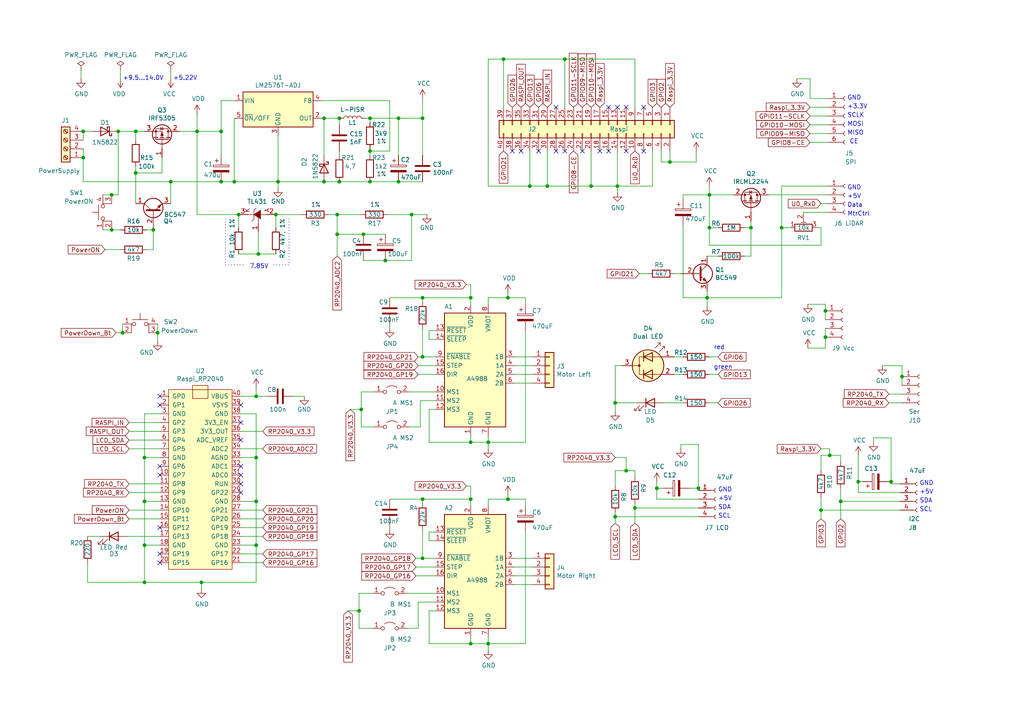
<source format=kicad_sch>
(kicad_sch (version 20230121) (generator eeschema)
  (paper "A4")
  (title_block (title "RaspiCar Interface") (date "2023-07-02") (rev "2.0"))
  (junction (at 80.645 52.705))
  (junction (at 93.98 52.705))
  (junction (at 261.62 109.22))
  (junction (at 74.295 145.415))
  (junction (at 45.72 96.52))
  (junction (at 93.98 34.29))
  (junction (at 32.385 66.675))
  (junction (at 146.05 17.145))
  (junction (at 64.135 52.705))
  (junction (at 239.395 90.17))
  (junction (at 119.38 62.23))
  (junction (at 163.83 17.145))
  (junction (at 24.13 38.1))
  (junction (at 141.605 128.27))
  (junction (at 147.32 86.36))
  (junction (at 74.295 114.935))
  (junction (at 41.91 168.91))
  (junction (at 178.435 116.84))
  (junction (at 158.75 53.975))
  (junction (at 122.555 103.505))
  (junction (at 136.525 128.27))
  (junction (at 107.315 52.705))
  (junction (at 194.31 46.99))
  (junction (at 39.37 38.1))
  (junction (at 67.945 52.705))
  (junction (at 239.395 97.79))
  (junction (at 136.525 86.36))
  (junction (at 238.125 147.955))
  (junction (at 58.42 168.91))
  (junction (at 202.565 141.605))
  (junction (at 41.91 158.115))
  (junction (at 44.45 66.675))
  (junction (at 74.93 73.66))
  (junction (at 217.805 66.04))
  (junction (at 205.74 56.515))
  (junction (at 136.525 144.78))
  (junction (at 184.15 147.32))
  (junction (at 49.53 52.705))
  (junction (at 80.01 62.23))
  (junction (at 41.91 145.415))
  (junction (at 205.74 66.04))
  (junction (at 122.555 86.36))
  (junction (at 24.13 45.72))
  (junction (at 107.315 34.29))
  (junction (at 122.555 144.78))
  (junction (at 248.92 139.7))
  (junction (at 115.57 34.29))
  (junction (at 171.45 53.975))
  (junction (at 74.295 132.715))
  (junction (at 136.525 186.69))
  (junction (at 39.37 50.165))
  (junction (at 178.435 149.86))
  (junction (at 190.5 141.605))
  (junction (at 122.555 161.925))
  (junction (at 240.665 132.08))
  (junction (at 74.295 158.115))
  (junction (at 57.15 38.1))
  (junction (at 97.79 62.23))
  (junction (at 122.555 34.29))
  (junction (at 104.14 177.165))
  (junction (at 181.61 136.525))
  (junction (at 111.76 75.565))
  (junction (at 97.79 67.945))
  (junction (at 98.425 52.705))
  (junction (at 141.605 186.69))
  (junction (at 153.67 53.975))
  (junction (at 179.07 53.975))
  (junction (at 32.385 56.515))
  (junction (at 41.91 132.715))
  (junction (at 205.105 86.36))
  (junction (at 147.32 144.78))
  (junction (at 69.215 62.23))
  (junction (at 64.135 38.1))
  (junction (at 115.57 52.705))
  (junction (at 226.695 66.04))
  (junction (at 243.84 145.415))
  (junction (at 34.29 38.1))
  (junction (at 105.41 67.945))
  (junction (at 98.425 34.29))
  (junction (at 107.315 43.815))
  (junction (at 258.445 139.7))
  (junction (at 35.56 96.52))
  (junction (at 104.775 118.745))
  (no_connect (at 156.21 43.815))
  (no_connect (at 69.85 122.555))
  (no_connect (at 46.355 135.255))
  (no_connect (at 46.355 114.935))
  (no_connect (at 186.69 43.815))
  (no_connect (at 69.85 135.255))
  (no_connect (at 46.355 163.195))
  (no_connect (at 161.29 31.115))
  (no_connect (at 69.85 127.635))
  (no_connect (at 186.69 31.115))
  (no_connect (at 69.85 137.795))
  (no_connect (at 46.355 160.655))
  (no_connect (at 176.53 31.115))
  (no_connect (at 46.355 137.795))
  (no_connect (at 173.99 43.815))
  (no_connect (at 46.355 153.035))
  (no_connect (at 168.91 43.815))
  (no_connect (at 181.61 43.815))
  (no_connect (at 69.85 140.335))
  (no_connect (at 148.59 43.815))
  (no_connect (at 163.83 43.815))
  (no_connect (at 181.61 31.115))
  (no_connect (at 161.29 43.815))
  (no_connect (at 69.85 142.875))
  (no_connect (at 151.13 43.815))
  (no_connect (at 46.355 117.475))
  (no_connect (at 179.07 31.115))
  (no_connect (at 69.85 117.475))
  (no_connect (at 176.53 43.815))
  (wire (pts (xy 190.5 144.78) (xy 190.5 141.605)))
  (wire (pts (xy 239.395 100.965) (xy 234.315 100.965)))
  (wire (pts (xy 85.09 114.935) (xy 88.265 114.935)))
  (wire (pts (xy 234.95 28.575) (xy 234.95 22.86)))
  (wire (pts (xy 37.465 125.095) (xy 46.355 125.095)))
  (wire (pts (xy 238.125 59.055) (xy 240.03 59.055)))
  (wire (pts (xy 98.425 36.195) (xy 98.425 34.29)))
  (wire (pts (xy 93.345 34.29) (xy 93.98 34.29)))
  (wire (pts (xy 205.74 66.04) (xy 205.74 71.12)))
  (wire (pts (xy 69.85 160.655) (xy 76.2 160.655)))
  (wire (pts (xy 202.565 144.78) (xy 190.5 144.78)))
  (wire (pts (xy 80.01 62.23) (xy 80.01 66.04)))
  (wire (pts (xy 124.46 118.745) (xy 124.46 128.27)))
  (wire (pts (xy 178.435 106.045) (xy 180.34 106.045)))
  (wire (pts (xy 39.37 50.165) (xy 39.37 59.055)))
  (wire (pts (xy 205.74 56.515) (xy 205.74 66.04)))
  (wire (pts (xy 184.15 17.145) (xy 184.15 31.115)))
  (wire (pts (xy 205.105 84.455) (xy 205.105 86.36)))
  (wire (pts (xy 126.365 95.885) (xy 124.46 95.885)))
  (wire (pts (xy 104.775 118.745) (xy 104.775 123.825)))
  (wire (pts (xy 163.83 31.115) (xy 163.83 17.145)))
  (wire (pts (xy 179.07 53.975) (xy 171.45 53.975)))
  (wire (pts (xy 141.605 128.27) (xy 141.605 130.175)))
  (wire (pts (xy 69.85 120.015) (xy 74.295 120.015)))
  (wire (pts (xy 104.14 182.245) (xy 107.95 182.245)))
  (wire (pts (xy 178.435 132.715) (xy 181.61 132.715)))
  (wire (pts (xy 217.805 64.135) (xy 217.805 66.04)))
  (wire (pts (xy 257.81 116.84) (xy 261.62 116.84)))
  (wire (pts (xy 69.85 130.175) (xy 76.2 130.175)))
  (wire (pts (xy 126.365 177.165) (xy 124.46 177.165)))
  (wire (pts (xy 46.355 158.115) (xy 41.91 158.115)))
  (wire (pts (xy 135.255 82.55) (xy 136.525 82.55)))
  (wire (pts (xy 74.93 73.66) (xy 74.93 67.31)))
  (wire (pts (xy 253.365 128.27) (xy 253.365 127)))
  (wire (pts (xy 136.525 126.365) (xy 136.525 128.27)))
  (wire (pts (xy 107.315 43.815) (xy 107.315 45.085)))
  (wire (pts (xy 69.85 145.415) (xy 74.295 145.415)))
  (wire (pts (xy 238.125 144.145) (xy 238.125 147.955)))
  (wire (pts (xy 136.525 82.55) (xy 136.525 86.36)))
  (wire (pts (xy 107.315 34.29) (xy 115.57 34.29)))
  (wire (pts (xy 121.92 123.825) (xy 121.92 116.205)))
  (wire (pts (xy 136.525 144.78) (xy 136.525 146.685)))
  (wire (pts (xy 141.605 128.27) (xy 141.605 126.365)))
  (wire (pts (xy 121.285 106.045) (xy 126.365 106.045)))
  (wire (pts (xy 178.435 149.86) (xy 178.435 148.59)))
  (wire (pts (xy 24.13 38.1) (xy 26.67 38.1)))
  (wire (pts (xy 181.61 136.525) (xy 184.15 136.525)))
  (wire (pts (xy 226.695 66.04) (xy 226.695 86.36)))
  (wire (pts (xy 104.14 177.165) (xy 104.14 182.245)))
  (wire (pts (xy 240.665 132.08) (xy 243.84 132.08)))
  (wire (pts (xy 74.295 120.015) (xy 74.295 132.715)))
  (wire (pts (xy 24.13 40.64) (xy 24.13 38.1)))
  (wire (pts (xy 41.91 168.91) (xy 25.4 168.91)))
  (wire (pts (xy 141.605 53.975) (xy 153.67 53.975)))
  (wire (pts (xy 37.465 150.495) (xy 46.355 150.495)))
  (wire (pts (xy 141.605 144.78) (xy 147.32 144.78)))
  (wire (pts (xy 192.405 141.605) (xy 190.5 141.605)))
  (wire (pts (xy 195.58 103.505) (xy 198.12 103.505)))
  (wire (pts (xy 41.91 145.415) (xy 41.91 158.115)))
  (wire (pts (xy 238.125 132.08) (xy 240.665 132.08)))
  (wire (pts (xy 80.645 52.705) (xy 93.98 52.705)))
  (wire (pts (xy 69.85 163.195) (xy 76.2 163.195)))
  (wire (pts (xy 126.365 113.665) (xy 118.745 113.665)))
  (wire (pts (xy 179.07 53.975) (xy 179.07 43.815)))
  (wire (pts (xy 141.605 17.145) (xy 146.05 17.145)))
  (wire (pts (xy 239.395 90.17) (xy 239.395 88.265)))
  (wire (pts (xy 243.84 145.415) (xy 243.84 150.495)))
  (wire (pts (xy 58.42 170.815) (xy 58.42 168.91)))
  (wire (pts (xy 49.53 52.705) (xy 64.135 52.705)))
  (wire (pts (xy 97.79 62.23) (xy 97.79 67.945)))
  (wire (pts (xy 122.555 103.505) (xy 126.365 103.505)))
  (wire (pts (xy 141.605 88.265) (xy 141.605 86.36)))
  (wire (pts (xy 41.91 132.715) (xy 41.91 145.415)))
  (wire (pts (xy 69.85 158.115) (xy 74.295 158.115)))
  (wire (pts (xy 32.385 66.675) (xy 34.925 66.675)))
  (wire (pts (xy 238.125 136.525) (xy 238.125 132.08)))
  (wire (pts (xy 37.465 140.335) (xy 46.355 140.335)))
  (wire (pts (xy 152.4 154.305) (xy 152.4 186.69)))
  (wire (pts (xy 100.965 177.165) (xy 104.14 177.165)))
  (wire (pts (xy 141.605 186.69) (xy 141.605 184.785)))
  (wire (pts (xy 46.355 145.415) (xy 41.91 145.415)))
  (wire (pts (xy 184.15 136.525) (xy 184.15 138.43)))
  (wire (pts (xy 147.32 85.09) (xy 147.32 86.36)))
  (wire (pts (xy 98.425 43.815) (xy 98.425 45.085)))
  (wire (pts (xy 93.98 45.085) (xy 93.98 34.29)))
  (wire (pts (xy 25.4 168.91) (xy 25.4 163.195)))
  (wire (pts (xy 80.645 52.705) (xy 80.645 54.61)))
  (wire (pts (xy 141.605 146.685) (xy 141.605 144.78)))
  (wire (pts (xy 57.15 38.1) (xy 64.135 38.1)))
  (wire (pts (xy 122.555 87.63) (xy 122.555 86.36)))
  (wire (pts (xy 181.61 132.715) (xy 181.61 136.525)))
  (wire (pts (xy 189.23 43.815) (xy 189.23 53.975)))
  (wire (pts (xy 41.91 168.91) (xy 58.42 168.91)))
  (wire (pts (xy 49.53 52.705) (xy 49.53 59.055)))
  (wire (pts (xy 107.315 52.705) (xy 115.57 52.705)))
  (wire (pts (xy 41.91 158.115) (xy 41.91 168.91)))
  (wire (pts (xy 202.565 149.86) (xy 178.435 149.86)))
  (wire (pts (xy 191.77 46.99) (xy 194.31 46.99)))
  (wire (pts (xy 69.85 147.955) (xy 76.2 147.955)))
  (wire (pts (xy 243.84 145.415) (xy 260.985 145.415)))
  (wire (pts (xy 37.465 130.175) (xy 46.355 130.175)))
  (wire (pts (xy 178.435 136.525) (xy 181.61 136.525)))
  (wire (pts (xy 111.76 75.565) (xy 119.38 75.565)))
  (wire (pts (xy 121.285 108.585) (xy 126.365 108.585)))
  (wire (pts (xy 185.42 79.375) (xy 187.96 79.375)))
  (wire (pts (xy 46.355 120.015) (xy 41.91 120.015)))
  (wire (pts (xy 136.525 140.97) (xy 136.525 144.78)))
  (wire (pts (xy 217.805 74.295) (xy 215.9 74.295)))
  (wire (pts (xy 30.48 72.39) (xy 34.925 72.39)))
  (wire (pts (xy 39.37 40.64) (xy 39.37 38.1)))
  (wire (pts (xy 74.93 73.66) (xy 80.01 73.66)))
  (wire (pts (xy 24.13 43.18) (xy 24.13 45.72)))
  (wire (pts (xy 35.56 96.52) (xy 33.655 96.52)))
  (wire (pts (xy 178.435 149.86) (xy 178.435 151.765)))
  (wire (pts (xy 194.31 46.99) (xy 201.93 46.99)))
  (wire (pts (xy 217.805 66.04) (xy 215.9 66.04)))
  (wire (pts (xy 93.98 52.705) (xy 98.425 52.705)))
  (wire (pts (xy 121.285 182.245) (xy 121.285 174.625)))
  (wire (pts (xy 136.525 184.785) (xy 136.525 186.69)))
  (wire (pts (xy 64.135 52.705) (xy 67.945 52.705)))
  (wire (pts (xy 238.125 66.04) (xy 236.855 66.04)))
  (wire (pts (xy 69.85 132.715) (xy 74.295 132.715)))
  (wire (pts (xy 184.15 147.32) (xy 184.15 151.765)))
  (wire (pts (xy 248.92 142.875) (xy 260.985 142.875)))
  (wire (pts (xy 205.74 53.975) (xy 205.74 56.515)))
  (wire (pts (xy 122.555 144.78) (xy 136.525 144.78)))
  (wire (pts (xy 178.435 140.97) (xy 178.435 136.525)))
  (wire (pts (xy 205.74 66.04) (xy 208.28 66.04)))
  (wire (pts (xy 104.775 113.665) (xy 104.775 118.745)))
  (wire (pts (xy 233.045 61.595) (xy 240.03 61.595)))
  (wire (pts (xy 124.46 128.27) (xy 136.525 128.27)))
  (wire (pts (xy 126.365 172.085) (xy 118.11 172.085)))
  (wire (pts (xy 152.4 95.885) (xy 152.4 128.27)))
  (wire (pts (xy 243.84 132.08) (xy 243.84 133.985)))
  (wire (pts (xy 261.62 111.76) (xy 261.62 109.22)))
  (wire (pts (xy 69.215 73.66) (xy 74.93 73.66)))
  (wire (pts (xy 104.775 123.825) (xy 108.585 123.825)))
  (wire (pts (xy 107.315 35.56) (xy 107.315 34.29)))
  (wire (pts (xy 44.45 72.39) (xy 42.545 72.39)))
  (wire (pts (xy 136.525 128.27) (xy 141.605 128.27)))
  (wire (pts (xy 233.045 61.595) (xy 233.045 62.23)))
  (wire (pts (xy 158.75 53.975) (xy 153.67 53.975)))
  (wire (pts (xy 119.38 62.23) (xy 123.825 62.23)))
  (wire (pts (xy 57.15 62.23) (xy 69.215 62.23)))
  (wire (pts (xy 120.65 164.465) (xy 126.365 164.465)))
  (wire (pts (xy 39.37 38.1) (xy 41.91 38.1)))
  (wire (pts (xy 42.545 66.675) (xy 44.45 66.675)))
  (wire (pts (xy 149.225 169.545) (xy 154.305 169.545)))
  (wire (pts (xy 74.295 114.935) (xy 77.47 114.935)))
  (wire (pts (xy 69.85 153.035) (xy 76.2 153.035)))
  (wire (pts (xy 35.56 93.98) (xy 35.56 96.52)))
  (wire (pts (xy 122.555 161.925) (xy 126.365 161.925)))
  (wire (pts (xy 152.4 86.36) (xy 152.4 88.265)))
  (wire (pts (xy 205.74 103.505) (xy 208.28 103.505)))
  (wire (pts (xy 69.85 155.575) (xy 76.2 155.575)))
  (wire (pts (xy 152.4 186.69) (xy 141.605 186.69)))
  (wire (pts (xy 121.285 174.625) (xy 126.365 174.625)))
  (wire (pts (xy 121.92 116.205) (xy 126.365 116.205)))
  (wire (pts (xy 197.485 79.375) (xy 195.58 79.375)))
  (wire (pts (xy 190.5 139.7) (xy 190.5 141.605)))
  (wire (pts (xy 37.465 127.635) (xy 46.355 127.635)))
  (wire (pts (xy 238.125 147.955) (xy 260.985 147.955)))
  (wire (pts (xy 243.84 141.605) (xy 243.84 145.415)))
  (wire (pts (xy 234.95 36.195) (xy 240.03 36.195)))
  (wire (pts (xy 122.555 86.36) (xy 136.525 86.36)))
  (wire (pts (xy 57.15 33.02) (xy 57.15 38.1)))
  (wire (pts (xy 234.95 41.275) (xy 240.03 41.275)))
  (wire (pts (xy 248.92 142.875) (xy 248.92 139.7)))
  (wire (pts (xy 171.45 53.975) (xy 171.45 43.815)))
  (wire (pts (xy 153.67 53.975) (xy 153.67 43.815)))
  (wire (pts (xy 147.32 143.51) (xy 147.32 144.78)))
  (wire (pts (xy 240.665 130.175) (xy 240.665 132.08)))
  (wire (pts (xy 105.41 67.945) (xy 111.76 67.945)))
  (wire (pts (xy 24.13 52.705) (xy 49.53 52.705)))
  (wire (pts (xy 105.41 75.565) (xy 111.76 75.565)))
  (wire (pts (xy 34.29 56.515) (xy 34.29 38.1)))
  (wire (pts (xy 113.03 29.21) (xy 93.345 29.21)))
  (polyline (pts (xy 65.405 63.5) (xy 65.405 76.835)) (stroke (width 0.2) (type dot)))
  (wire (pts (xy 64.135 38.1) (xy 64.135 45.085)))
  (wire (pts (xy 107.315 43.18) (xy 107.315 43.815)))
  (wire (pts (xy 197.485 128.905) (xy 202.565 128.905)))
  (wire (pts (xy 198.12 86.36) (xy 205.105 86.36)))
  (wire (pts (xy 97.79 62.23) (xy 104.775 62.23)))
  (wire (pts (xy 36.83 155.575) (xy 46.355 155.575)))
  (wire (pts (xy 179.07 53.975) (xy 179.07 55.88)))
  (wire (pts (xy 234.95 33.655) (xy 240.03 33.655)))
  (wire (pts (xy 25.4 155.575) (xy 29.21 155.575)))
  (wire (pts (xy 126.365 154.305) (xy 124.46 154.305)))
  (wire (pts (xy 149.225 111.125) (xy 154.305 111.125)))
  (wire (pts (xy 67.945 34.29) (xy 67.945 52.705)))
  (wire (pts (xy 108.585 113.665) (xy 104.775 113.665)))
  (wire (pts (xy 93.98 34.29) (xy 98.425 34.29)))
  (wire (pts (xy 97.79 67.945) (xy 105.41 67.945)))
  (wire (pts (xy 205.74 116.84) (xy 208.28 116.84)))
  (wire (pts (xy 158.75 53.975) (xy 158.75 43.815)))
  (wire (pts (xy 146.05 31.115) (xy 146.05 17.145)))
  (wire (pts (xy 238.125 71.12) (xy 238.125 66.04)))
  (wire (pts (xy 212.725 56.515) (xy 205.74 56.515)))
  (wire (pts (xy 67.945 52.705) (xy 80.645 52.705)))
  (wire (pts (xy 101.6 118.745) (xy 104.775 118.745)))
  (wire (pts (xy 201.93 46.99) (xy 201.93 43.815)))
  (wire (pts (xy 124.46 177.165) (xy 124.46 186.69)))
  (wire (pts (xy 178.435 106.045) (xy 178.435 116.84)))
  (wire (pts (xy 257.81 114.3) (xy 261.62 114.3)))
  (wire (pts (xy 202.565 128.905) (xy 202.565 141.605)))
  (wire (pts (xy 120.65 161.925) (xy 122.555 161.925)))
  (wire (pts (xy 122.555 28.575) (xy 122.555 34.29)))
  (wire (pts (xy 197.485 130.175) (xy 197.485 128.905)))
  (wire (pts (xy 80.01 62.23) (xy 87.63 62.23)))
  (wire (pts (xy 74.295 132.715) (xy 74.295 145.415)))
  (wire (pts (xy 112.395 62.23) (xy 119.38 62.23)))
  (wire (pts (xy 141.605 17.145) (xy 141.605 53.975)))
  (wire (pts (xy 205.74 71.12) (xy 238.125 71.12)))
  (wire (pts (xy 107.315 34.29) (xy 106.045 34.29)))
  (wire (pts (xy 97.79 67.945) (xy 97.79 74.295)))
  (wire (pts (xy 253.365 127) (xy 258.445 127)))
  (wire (pts (xy 74.295 158.115) (xy 74.295 168.91)))
  (wire (pts (xy 189.23 53.975) (xy 179.07 53.975)))
  (wire (pts (xy 141.605 186.69) (xy 141.605 188.595)))
  (wire (pts (xy 248.92 132.08) (xy 248.92 139.7)))
  (wire (pts (xy 258.445 140.335) (xy 260.985 140.335)))
  (wire (pts (xy 122.555 34.29) (xy 122.555 45.085)))
  (wire (pts (xy 149.225 106.045) (xy 154.305 106.045)))
  (wire (pts (xy 217.805 66.04) (xy 217.805 74.295)))
  (wire (pts (xy 250.19 139.7) (xy 248.92 139.7)))
  (wire (pts (xy 238.125 130.175) (xy 240.665 130.175)))
  (wire (pts (xy 147.32 86.36) (xy 152.4 86.36)))
  (wire (pts (xy 23.495 20.32) (xy 23.495 22.86)))
  (wire (pts (xy 122.555 153.67) (xy 122.555 161.925)))
  (wire (pts (xy 118.745 123.825) (xy 121.92 123.825)))
  (wire (pts (xy 152.4 128.27) (xy 141.605 128.27)))
  (wire (pts (xy 202.565 147.32) (xy 184.15 147.32)))
  (wire (pts (xy 238.125 147.955) (xy 238.125 150.495)))
  (wire (pts (xy 115.57 52.705) (xy 122.555 52.705)))
  (wire (pts (xy 205.74 108.585) (xy 208.28 108.585)))
  (wire (pts (xy 64.135 29.21) (xy 67.945 29.21)))
  (wire (pts (xy 37.465 147.955) (xy 46.355 147.955)))
  (wire (pts (xy 45.72 96.52) (xy 45.72 93.98)))
  (wire (pts (xy 37.465 142.875) (xy 46.355 142.875)))
  (wire (pts (xy 107.315 43.815) (xy 113.03 43.815)))
  (wire (pts (xy 113.03 144.78) (xy 122.555 144.78)))
  (wire (pts (xy 39.37 50.165) (xy 39.37 48.26)))
  (wire (pts (xy 191.77 43.815) (xy 191.77 46.99)))
  (wire (pts (xy 45.72 99.06) (xy 45.72 96.52)))
  (wire (pts (xy 57.15 38.1) (xy 57.15 62.23)))
  (wire (pts (xy 113.03 93.98) (xy 113.03 95.25)))
  (wire (pts (xy 198.12 57.785) (xy 198.12 56.515)))
  (wire (pts (xy 240.03 53.975) (xy 226.695 53.975)))
  (wire (pts (xy 205.105 86.36) (xy 226.695 86.36)))
  (wire (pts (xy 146.05 17.145) (xy 163.83 17.145)))
  (wire (pts (xy 136.525 86.36) (xy 136.525 88.265)))
  (wire (pts (xy 69.85 125.095) (xy 76.2 125.095)))
  (wire (pts (xy 115.57 34.29) (xy 115.57 45.085)))
  (wire (pts (xy 74.295 145.415) (xy 74.295 158.115)))
  (wire (pts (xy 198.12 56.515) (xy 205.74 56.515)))
  (wire (pts (xy 192.405 116.84) (xy 198.12 116.84)))
  (wire (pts (xy 104.14 172.085) (xy 104.14 177.165)))
  (wire (pts (xy 222.885 56.515) (xy 240.03 56.515)))
  (wire (pts (xy 32.385 56.515) (xy 34.29 56.515)))
  (wire (pts (xy 195.58 108.585) (xy 198.12 108.585)))
  (wire (pts (xy 239.395 97.79) (xy 239.395 100.965)))
  (wire (pts (xy 152.4 144.78) (xy 152.4 146.685)))
  (polyline (pts (xy 65.405 76.835) (xy 70.485 76.835)) (stroke (width 0.2) (type dot)))
  (wire (pts (xy 205.105 74.295) (xy 208.28 74.295)))
  (wire (pts (xy 200.025 141.605) (xy 202.565 141.605)))
  (wire (pts (xy 107.95 172.085) (xy 104.14 172.085)))
  (wire (pts (xy 198.12 65.405) (xy 198.12 86.36)))
  (wire (pts (xy 121.285 103.505) (xy 122.555 103.505)))
  (wire (pts (xy 149.225 164.465) (xy 154.305 164.465)))
  (wire (pts (xy 136.525 186.69) (xy 141.605 186.69)))
  (polyline (pts (xy 79.375 76.835) (xy 83.82 76.835)) (stroke (width 0.2) (type dot)))
  (wire (pts (xy 234.95 22.86) (xy 231.14 22.86)))
  (wire (pts (xy 64.135 29.21) (xy 64.135 38.1)))
  (wire (pts (xy 69.85 150.495) (xy 76.2 150.495)))
  (wire (pts (xy 95.25 62.23) (xy 97.79 62.23)))
  (wire (pts (xy 124.46 98.425) (xy 126.365 98.425)))
  (wire (pts (xy 163.83 17.145) (xy 184.15 17.145)))
  (wire (pts (xy 149.225 167.005) (xy 154.305 167.005)))
  (wire (pts (xy 52.07 38.1) (xy 57.15 38.1)))
  (wire (pts (xy 124.46 186.69) (xy 136.525 186.69)))
  (wire (pts (xy 32.385 66.675) (xy 29.845 66.675)))
  (wire (pts (xy 39.37 50.165) (xy 46.99 50.165)))
  (wire (pts (xy 113.03 43.815) (xy 113.03 29.21)))
  (wire (pts (xy 46.99 50.165) (xy 46.99 45.72)))
  (wire (pts (xy 124.46 154.305) (xy 124.46 156.845)))
  (wire (pts (xy 113.03 152.4) (xy 113.03 153.67)))
  (wire (pts (xy 202.565 141.605) (xy 202.565 142.24)))
  (wire (pts (xy 178.435 116.84) (xy 184.785 116.84)))
  (wire (pts (xy 234.95 31.115) (xy 240.03 31.115)))
  (wire (pts (xy 29.845 56.515) (xy 32.385 56.515)))
  (wire (pts (xy 34.29 38.1) (xy 39.37 38.1)))
  (wire (pts (xy 234.95 38.735) (xy 240.03 38.735)))
  (polyline (pts (xy 83.82 63.5) (xy 83.82 76.835)) (stroke (width 0.2) (type dot)))
  (wire (pts (xy 41.91 120.015) (xy 41.91 132.715)))
  (wire (pts (xy 118.11 182.245) (xy 121.285 182.245)))
  (wire (pts (xy 98.425 52.705) (xy 107.315 52.705)))
  (wire (pts (xy 34.925 20.32) (xy 34.925 22.86)))
  (wire (pts (xy 239.395 95.25) (xy 239.395 97.79)))
  (wire (pts (xy 119.38 75.565) (xy 119.38 62.23)))
  (wire (pts (xy 261.62 106.045) (xy 255.905 106.045)))
  (wire (pts (xy 147.32 144.78) (xy 152.4 144.78)))
  (wire (pts (xy 171.45 53.975) (xy 158.75 53.975)))
  (wire (pts (xy 37.465 122.555) (xy 46.355 122.555)))
  (wire (pts (xy 126.365 118.745) (xy 124.46 118.745)))
  (wire (pts (xy 258.445 127) (xy 258.445 139.7)))
  (wire (pts (xy 124.46 95.885) (xy 124.46 98.425)))
  (wire (pts (xy 74.295 114.935) (xy 74.295 112.395)))
  (wire (pts (xy 135.255 140.97) (xy 136.525 140.97)))
  (wire (pts (xy 194.31 43.815) (xy 194.31 46.99)))
  (wire (pts (xy 234.95 28.575) (xy 240.03 28.575)))
  (wire (pts (xy 149.225 161.925) (xy 154.305 161.925)))
  (wire (pts (xy 49.53 20.32) (xy 49.53 22.86)))
  (wire (pts (xy 120.65 167.005) (xy 126.365 167.005)))
  (wire (pts (xy 69.215 62.23) (xy 69.215 66.04)))
  (wire (pts (xy 184.15 147.32) (xy 184.15 146.05)))
  (wire (pts (xy 239.395 92.71) (xy 239.395 90.17)))
  (wire (pts (xy 122.555 95.25) (xy 122.555 103.505)))
  (wire (pts (xy 205.105 88.9) (xy 205.105 86.36)))
  (wire (pts (xy 80.645 39.37) (xy 80.645 52.705)))
  (wire (pts (xy 226.695 53.975) (xy 226.695 66.04)))
  (wire (pts (xy 124.46 156.845) (xy 126.365 156.845)))
  (wire (pts (xy 257.81 139.7) (xy 258.445 139.7)))
  (wire (pts (xy 46.355 132.715) (xy 41.91 132.715)))
  (wire (pts (xy 178.435 119.38) (xy 178.435 116.84)))
  (wire (pts (xy 122.555 146.05) (xy 122.555 144.78)))
  (wire (pts (xy 261.62 109.22) (xy 261.62 106.045)))
  (wire (pts (xy 58.42 168.91) (xy 74.295 168.91)))
  (wire (pts (xy 113.03 86.36) (xy 122.555 86.36)))
  (wire (pts (xy 141.605 86.36) (xy 147.32 86.36)))
  (wire (pts (xy 229.235 66.04) (xy 226.695 66.04)))
  (wire (pts (xy 44.45 66.675) (xy 44.45 72.39)))
  (wire (pts (xy 149.225 103.505) (xy 154.305 103.505)))
  (wire (pts (xy 149.225 108.585) (xy 154.305 108.585)))
  (wire (pts (xy 239.395 88.265) (xy 234.315 88.265)))
  (wire (pts (xy 24.13 52.705) (xy 24.13 45.72)))
  (wire (pts (xy 115.57 34.29) (xy 122.555 34.29)))
  (wire (pts (xy 69.85 114.935) (xy 74.295 114.935)))
  (wire (pts (xy 258.445 139.7) (xy 258.445 140.335)))
  (text "SCL" (at 208.28 150.495 0) (effects (font (size 1.27 1.27)) (justify left bottom)))
  (text "+9.5...14.0V" (at 35.56 23.495 0) (effects (font (size 1.27 1.27)) (justify left bottom)))
  (text "CE\n" (at 246.38 41.91 0) (effects (font (size 1.27 1.27)) (justify left bottom)))
  (text "+5V" (at 266.7 143.51 0) (effects (font (size 1.27 1.27)) (justify left bottom)))
  (text "1%" (at 109.22 51.435 0) (effects (font (size 1.27 1.27)) (justify left bottom)))
  (text "1%" (at 90.17 60.325 0) (effects (font (size 1.27 1.27)) (justify left bottom)))
  (text "7.85V" (at 72.39 78.105 0) (effects (font (size 1.27 1.27)) (justify left bottom)))
  (text "SDA" (at 208.28 147.955 0) (effects (font (size 1.27 1.27)) (justify left bottom)))
  (text "+5V" (at 245.745 57.785 0) (effects (font (size 1.27 1.27)) (justify left bottom)))
  (text "MtrCtrl" (at 245.745 62.865 0) (effects (font (size 1.27 1.27)) (justify left bottom)))
  (text "SDA" (at 266.7 146.05 0) (effects (font (size 1.27 1.27)) (justify left bottom)))
  (text "1%" (at 107.315 60.325 0) (effects (font (size 1.27 1.27)) (justify left bottom)))
  (text "+5V" (at 208.28 145.415 0) (effects (font (size 1.27 1.27)) (justify left bottom)))
  (text "Data" (at 245.745 60.325 0) (effects (font (size 1.27 1.27)) (justify left bottom)))
  (text "SCLK" (at 245.745 34.29 0) (effects (font (size 1.27 1.27)) (justify left bottom)))
  (text "1%" (at 109.22 41.91 0) (effects (font (size 1.27 1.27)) (justify left bottom)))
  (text "SCL" (at 266.7 148.59 0) (effects (font (size 1.27 1.27)) (justify left bottom)))
  (text "red" (at 207.01 101.6 0) (effects (font (size 1.27 1.27)) (justify left bottom)))
  (text "MISO" (at 245.745 39.37 0) (effects (font (size 1.27 1.27)) (justify left bottom)))
  (text "GND" (at 245.745 55.245 0) (effects (font (size 1.27 1.27)) (justify left bottom)))
  (text "GND" (at 245.745 29.21 0) (effects (font (size 1.27 1.27)) (justify left bottom)))
  (text "+5.22V" (at 50.165 23.495 0) (effects (font (size 1.27 1.27)) (justify left bottom)))
  (text "+3.3V" (at 245.745 31.75 0) (effects (font (size 1.27 1.27)) (justify left bottom)))
  (text "MOSI" (at 245.745 36.83 0) (effects (font (size 1.27 1.27)) (justify left bottom)))
  (text "GND" (at 266.7 140.97 0) (effects (font (size 1.27 1.27)) (justify left bottom)))
  (text "GND" (at 208.28 142.875 0) (effects (font (size 1.27 1.27)) (justify left bottom)))
  (text "green" (at 207.01 107.315 0) (effects (font (size 1.27 1.27)) (justify left bottom)))
  (global_label "GPIO3" (shape input) (at 189.23 31.115 90) (property "Intersheetrefs" "${INTERSHEET_REFS}" (effects hide)))
  (global_label "RASPI_OUT" (shape input) (at 151.13 31.115 90) (property "Intersheetrefs" "${INTERSHEET_REFS}" (effects hide)))
  (global_label "GPIO3" (shape input) (at 238.125 150.495 270) (property "Intersheetrefs" "${INTERSHEET_REFS}" (effects hide)))
  (global_label "LCD_SDA" (shape input) (at 184.15 151.765 270) (property "Intersheetrefs" "${INTERSHEET_REFS}" (effects hide)))
  (global_label "RP2040_GP18" (shape input) (at 76.2 155.575 0) (property "Intersheetrefs" "${INTERSHEET_REFS}" (effects hide)))
  (global_label "RP2040_V3.3" (shape input) (at 135.255 82.55 180) (property "Intersheetrefs" "${INTERSHEET_REFS}" (effects hide)))
  (global_label "RP2040_V3.3" (shape input) (at 76.2 125.095 0) (property "Intersheetrefs" "${INTERSHEET_REFS}" (effects hide)))
  (global_label "RP2040_GP16" (shape input) (at 76.2 163.195 0) (property "Intersheetrefs" "${INTERSHEET_REFS}" (effects hide)))
  (global_label "RP2040_GP19" (shape input) (at 121.285 108.585 180) (property "Intersheetrefs" "${INTERSHEET_REFS}" (effects hide)))
  (global_label "PowerDown_Bt" (shape input) (at 33.655 96.52 180) (property "Intersheetrefs" "${INTERSHEET_REFS}" (effects hide)))
  (global_label "GPIO26" (shape input) (at 148.59 31.115 90) (property "Intersheetrefs" "${INTERSHEET_REFS}" (effects hide)))
  (global_label "GPIO26" (shape input) (at 208.28 116.84 0) (property "Intersheetrefs" "${INTERSHEET_REFS}" (effects hide)))
  (global_label "RP2040_TX" (shape input) (at 37.465 140.335 180) (property "Intersheetrefs" "${INTERSHEET_REFS}" (effects hide)))
  (global_label "GPIO10-MOSI" (shape input) (at 171.45 31.115 90) (property "Intersheetrefs" "${INTERSHEET_REFS}" (effects hide)))
  (global_label "RASPI_IN" (shape input) (at 37.465 122.555 180) (property "Intersheetrefs" "${INTERSHEET_REFS}" (effects hide)))
  (global_label "GPIO21" (shape input) (at 185.42 79.375 180) (property "Intersheetrefs" "${INTERSHEET_REFS}" (effects hide)))
  (global_label "RP2040_V3.3" (shape input) (at 101.6 118.745 270) (property "Intersheetrefs" "${INTERSHEET_REFS}" (effects hide)))
  (global_label "RP2040_V3.3" (shape input) (at 135.255 140.97 180) (property "Intersheetrefs" "${INTERSHEET_REFS}" (effects hide)))
  (global_label "RP2040_GP17" (shape input) (at 76.2 160.655 0) (property "Intersheetrefs" "${INTERSHEET_REFS}" (effects hide)))
  (global_label "U0_RxD" (shape input) (at 184.15 43.815 270) (property "Intersheetrefs" "${INTERSHEET_REFS}" (effects hide)))
  (global_label "RP2040_V3.3" (shape input) (at 100.965 177.165 270) (property "Intersheetrefs" "${INTERSHEET_REFS}" (effects hide)))
  (global_label "RP2040_GP20" (shape input) (at 76.2 150.495 0) (property "Intersheetrefs" "${INTERSHEET_REFS}" (effects hide)))
  (global_label "Raspi_3.3V" (shape input) (at 173.99 31.115 90) (property "Intersheetrefs" "${INTERSHEET_REFS}" (effects hide)))
  (global_label "Raspi_3.3V" (shape input) (at 234.95 31.115 180) (property "Intersheetrefs" "${INTERSHEET_REFS}" (effects hide)))
  (global_label "PowerDown_Bt" (shape input) (at 37.465 150.495 180) (property "Intersheetrefs" "${INTERSHEET_REFS}" (effects hide)))
  (global_label "GPIO2" (shape input) (at 191.77 31.115 90) (property "Intersheetrefs" "${INTERSHEET_REFS}" (effects hide)))
  (global_label "RP2040_RX" (shape input) (at 37.465 142.875 180) (property "Intersheetrefs" "${INTERSHEET_REFS}" (effects hide)))
  (global_label "GPIO13" (shape input) (at 153.67 31.115 90) (property "Intersheetrefs" "${INTERSHEET_REFS}" (effects hide)))
  (global_label "RP2040_GP16" (shape input) (at 120.65 167.005 180) (property "Intersheetrefs" "${INTERSHEET_REFS}" (effects hide)))
  (global_label "RP2040_ADC2" (shape input) (at 76.2 130.175 0) (property "Intersheetrefs" "${INTERSHEET_REFS}" (effects hide)))
  (global_label "RP2040_GP21" (shape input) (at 121.285 103.505 180) (property "Intersheetrefs" "${INTERSHEET_REFS}" (effects hide)))
  (global_label "U0_RxD" (shape input) (at 238.125 59.055 180) (property "Intersheetrefs" "${INTERSHEET_REFS}" (effects hide)))
  (global_label "PowerON" (shape input) (at 30.48 72.39 180) (property "Intersheetrefs" "${INTERSHEET_REFS}" (effects hide)))
  (global_label "RP2040_GP17" (shape input) (at 120.65 164.465 180) (property "Intersheetrefs" "${INTERSHEET_REFS}" (effects hide)))
  (global_label "RP2040_GP18" (shape input) (at 120.65 161.925 180) (property "Intersheetrefs" "${INTERSHEET_REFS}" (effects hide)))
  (global_label "GPIO21" (shape input) (at 146.05 43.815 270) (property "Intersheetrefs" "${INTERSHEET_REFS}" (effects hide)))
  (global_label "RP2040_GP19" (shape input) (at 76.2 153.035 0) (property "Intersheetrefs" "${INTERSHEET_REFS}" (effects hide)))
  (global_label "RP2040_TX" (shape input) (at 257.81 114.3 180) (property "Intersheetrefs" "${INTERSHEET_REFS}" (effects hide)))
  (global_label "RASPI_OUT" (shape input) (at 37.465 125.095 180) (property "Intersheetrefs" "${INTERSHEET_REFS}" (effects hide)))
  (global_label "RP2040_GP21" (shape input) (at 76.2 147.955 0) (property "Intersheetrefs" "${INTERSHEET_REFS}" (effects hide)))
  (global_label "GPIO8-CE" (shape input) (at 166.37 43.815 270) (property "Intersheetrefs" "${INTERSHEET_REFS}" (effects hide)))
  (global_label "GPIO09-MISO" (shape input) (at 234.95 38.735 180) (property "Intersheetrefs" "${INTERSHEET_REFS}" (effects hide)))
  (global_label "LCD_SDA" (shape input) (at 37.465 127.635 180) (property "Intersheetrefs" "${INTERSHEET_REFS}" (effects hide)))
  (global_label "GPIO09-MISO" (shape input) (at 168.91 31.115 90) (property "Intersheetrefs" "${INTERSHEET_REFS}" (effects hide)))
  (global_label "RP2040_GP20" (shape input) (at 121.285 106.045 180) (property "Intersheetrefs" "${INTERSHEET_REFS}" (effects hide)))
  (global_label "Raspi_3.3V" (shape input) (at 194.31 31.115 90) (property "Intersheetrefs" "${INTERSHEET_REFS}" (effects hide)))
  (global_label "RP2040_RX" (shape input) (at 257.81 116.84 180) (property "Intersheetrefs" "${INTERSHEET_REFS}" (effects hide)))
  (global_label "GPIO2" (shape input) (at 243.84 150.495 270) (property "Intersheetrefs" "${INTERSHEET_REFS}" (effects hide)))
  (global_label "RASPI_IN" (shape input) (at 158.75 31.115 90) (property "Intersheetrefs" "${INTERSHEET_REFS}" (effects hide)))
  (global_label "RP2040_V3.3" (shape input) (at 178.435 132.715 180) (property "Intersheetrefs" "${INTERSHEET_REFS}" (effects hide)))
  (global_label "GPIO13" (shape input) (at 208.28 108.585 0) (property "Intersheetrefs" "${INTERSHEET_REFS}" (effects hide)))
  (global_label "LCD_SCL" (shape input) (at 178.435 151.765 270) (property "Intersheetrefs" "${INTERSHEET_REFS}" (effects hide)))
  (global_label "GPIO6" (shape input) (at 208.28 103.505 0) (property "Intersheetrefs" "${INTERSHEET_REFS}" (effects hide)))
  (global_label "Raspi_3.3V" (shape input) (at 238.125 130.175 180) (property "Intersheetrefs" "${INTERSHEET_REFS}" (effects hide)))
  (global_label "GPIO11-SCLK" (shape input) (at 166.37 31.115 90) (property "Intersheetrefs" "${INTERSHEET_REFS}" (effects hide)))
  (global_label "GPIO11-SCLK" (shape input) (at 234.95 33.655 180) (property "Intersheetrefs" "${INTERSHEET_REFS}" (effects hide)))
  (global_label "GPIO6" (shape input) (at 156.21 31.115 90) (property "Intersheetrefs" "${INTERSHEET_REFS}" (effects hide)))
  (global_label "GPIO8-CE" (shape input) (at 234.95 41.275 180) (property "Intersheetrefs" "${INTERSHEET_REFS}" (effects hide)))
  (global_label "LCD_SCL" (shape input) (at 37.465 130.175 180) (property "Intersheetrefs" "${INTERSHEET_REFS}" (effects hide)))
  (global_label "RP2040_ADC2" (shape input) (at 97.79 74.295 270) (property "Intersheetrefs" "${INTERSHEET_REFS}" (effects hide)))
  (global_label "PowerON" (shape input) (at 37.465 147.955 180) (property "Intersheetrefs" "${INTERSHEET_REFS}" (effects hide)))
  (global_label "GPIO10-MOSI" (shape input) (at 234.95 36.195 180) (property "Intersheetrefs" "${INTERSHEET_REFS}" (effects hide)))
  (symbol (lib_id "Diode:1N5822") (at 30.48 38.1 180) (unit 1)
    (property "Reference" "D1" (at 30.48 35.56 0))
    (property "Value" "1N5822" (at 30.48 41.275 0))
    (property "Footprint" "Diode_THT:D_DO-201AE_P3.81mm_Vertical_KathodeUp" (effects hide))
    (property "Datasheet" "http://www.vishay.com/docs/88526/1n5820.pdf" (effects hide))
  )
  (symbol (lib_id "Regulator_Switching:LM2576HVT-5") (at 80.645 31.75 0) (unit 1)
    (property "Reference" "U1" (at 80.645 22.4282 0))
    (property "Value" "LM2576T-ADJ" (at 80.645 24.7396 0))
    (property "Footprint" "SLW-Footprints:TO-220-5_Vertical_tiny_heatsink" (effects hide))
    (property "Datasheet" "http://www.ti.com/lit/ds/symlink/lm2576.pdf" (effects hide))
  )
  (symbol (lib_id "Connector_Generic:Conn_02x20_Odd_Even") (at 171.45 36.195 270) (unit 1)
    (property "Reference" "J2" (at 155.575 37.465 90) (effects (justify right)))
    (property "Value" "Raspi" (at 182.245 37.465 90) (effects (justify right)))
    (property "Footprint" "Connector_PinHeader_2.54mm:PinHeader_2x20_P2.54mm_Vertical" (effects hide))
  )
  (symbol (lib_id "power:GND") (at 179.07 55.88 0) (unit 1)
    (property "Reference" "#PWR05" (effects hide))
    (property "Value" "GND" (at 179.197 60.2742 0))
  )
  (symbol (lib_id "RasPi-Car-rescue:L-PISR-SLW-symbols") (at 102.235 34.29 0) (unit 1)
    (property "Reference" "L1" (at 102.235 35.56 0))
    (property "Value" "L-PISR" (at 102.235 31.7754 0))
    (property "Footprint" "SLW-Footprints:L-PISR-100" (effects hide))
  )
  (symbol (lib_id "Diode:1N5822") (at 93.98 48.895 270) (unit 1)
    (property "Reference" "D2" (at 88.265 46.99 0))
    (property "Value" "1N5822" (at 91.44 48.26 0))
    (property "Footprint" "Diode_THT:D_DO-201AE_P3.81mm_Vertical_KathodeUp" (effects hide))
    (property "Datasheet" "http://www.vishay.com/docs/88526/1n5820.pdf" (effects hide))
  )
  (symbol (lib_id "RasPi-Car-rescue:CP-Device") (at 64.135 48.895 0) (unit 1)
    (property "Reference" "C1" (at 59.055 47.625 0) (effects (justify left)))
    (property "Value" "470u" (at 59.055 50.8 0) (effects (justify left)))
    (property "Footprint" "Capacitor_THT:CP_Radial_D8.0mm_P3.50mm" (effects hide))
  )
  (symbol (lib_id "RasPi-Car-rescue:CP-Device") (at 115.57 48.895 0) (unit 1)
    (property "Reference" "C2" (at 116.205 46.355 0) (effects (justify left)))
    (property "Value" "470uF" (at 116.205 51.435 0) (effects (justify left)))
    (property "Footprint" "Capacitor_THT:CP_Radial_D8.0mm_P3.50mm" (effects hide))
  )
  (symbol (lib_id "power:GND") (at 80.645 54.61 0) (unit 1)
    (property "Reference" "#PWR03" (effects hide))
    (property "Value" "GND" (at 80.645 58.42 0))
  )
  (symbol (lib_id "Device:C") (at 122.555 48.895 0) (unit 1)
    (property "Reference" "C3" (at 125.476 47.7266 0) (effects (justify left)))
    (property "Value" "100nF" (at 125.476 50.038 0) (effects (justify left)))
    (property "Footprint" "Capacitor_THT:C_Disc_D3.4mm_W2.1mm_P2.50mm" (effects hide))
  )
  (symbol (lib_id "RasPi-Car-rescue:Conn_01x04_Female-Connector") (at 207.645 144.78 0) (unit 1)
    (property "Reference" "J7" (at 204.47 153.035 0) (effects (justify left)))
    (property "Value" "LCD" (at 207.645 153.035 0) (effects (justify left)))
    (property "Footprint" "Connector_PinHeader_2.54mm:PinHeader_1x04_P2.54mm_Vertical" (effects hide))
  )
  (symbol (lib_id "power:VCC") (at 201.93 43.815 0) (unit 1)
    (property "Reference" "#PWR013" (effects hide))
    (property "Value" "VCC" (at 202.311 39.4208 0))
  )
  (symbol (lib_id "power:PWR_FLAG") (at 34.925 20.32 0) (unit 1)
    (property "Reference" "#FLG02" (effects hide))
    (property "Value" "PWR_FLAG" (at 34.925 15.9258 0))
  )
  (symbol (lib_id "power:VDD") (at 34.925 22.86 180) (unit 1)
    (property "Reference" "#PWR02" (effects hide))
    (property "Value" "VDD" (at 34.544 27.2542 0))
  )
  (symbol (lib_id "power:PWR_FLAG") (at 23.495 20.32 0) (unit 1)
    (property "Reference" "#FLG01" (effects hide))
    (property "Value" "PWR_FLAG" (at 23.495 15.9258 0))
  )
  (symbol (lib_id "power:GND") (at 23.495 22.86 0) (unit 1)
    (property "Reference" "#PWR01" (effects hide))
    (property "Value" "GND" (at 23.622 27.2542 0))
  )
  (symbol (lib_id "power:VDD") (at 57.15 33.02 0) (unit 1)
    (property "Reference" "#PWR04" (effects hide))
    (property "Value" "VDD" (at 57.531 28.6258 0))
  )
  (symbol (lib_id "Device:R") (at 184.15 142.24 180) (unit 1)
    (property "Reference" "R9" (at 186.69 141.605 90))
    (property "Value" "10k" (at 184.15 142.24 90))
    (property "Footprint" "Resistor_THT:R_Axial_DIN0207_L6.3mm_D2.5mm_P7.62mm_Horizontal" (effects hide))
  )
  (symbol (lib_id "Device:R") (at 178.435 144.78 180) (unit 1)
    (property "Reference" "R8" (at 180.975 144.145 90))
    (property "Value" "10k" (at 178.435 144.78 90))
    (property "Footprint" "Resistor_THT:R_Axial_DIN0207_L6.3mm_D2.5mm_P7.62mm_Horizontal" (effects hide))
  )
  (symbol (lib_id "Driver_Motor:Pololu_Breakout_A4988") (at 136.525 164.465 0) (unit 1)
    (property "Reference" "A2" (at 130.175 147.32 0))
    (property "Value" "A4988" (at 138.43 168.275 0))
    (property "Footprint" "Module:Pololu_Breakout-16_15.2x20.3mm" (effects hide))
    (property "Datasheet" "https://www.pololu.com/product/2980/pictures" (effects hide))
  )
  (symbol (lib_id "RasPi-Car-rescue:CP-Device") (at 152.4 150.495 0) (unit 1)
    (property "Reference" "C6" (at 154.305 148.59 0) (effects (justify left)))
    (property "Value" "470uF" (at 154.305 153.035 0) (effects (justify left)))
    (property "Footprint" "Capacitor_THT:CP_Radial_D8.0mm_P3.50mm" (effects hide))
  )
  (symbol (lib_id "power:VDD") (at 147.32 143.51 0) (unit 1)
    (property "Reference" "#PWR0101" (effects hide))
    (property "Value" "VDD" (at 147.701 139.1158 0))
  )
  (symbol (lib_id "Connector_Generic:Conn_01x04") (at 159.385 164.465 0) (unit 1)
    (property "Reference" "J4" (at 161.417 164.6682 0) (effects (justify left)))
    (property "Value" "Motor Right" (at 161.417 166.9796 0) (effects (justify left)))
    (property "Footprint" "Connector_PinHeader_2.54mm:PinHeader_1x04_P2.54mm_Vertical" (effects hide))
  )
  (symbol (lib_id "power:GND") (at 141.605 188.595 0) (unit 1)
    (property "Reference" "#PWR0103" (effects hide))
    (property "Value" "GND" (at 141.732 192.9892 0))
  )
  (symbol (lib_id "Device:R") (at 122.555 149.86 180) (unit 1)
    (property "Reference" "R4" (at 120.015 147.32 0))
    (property "Value" "22k" (at 122.555 149.86 90))
    (property "Footprint" "Resistor_THT:R_Axial_DIN0207_L6.3mm_D2.5mm_P7.62mm_Horizontal" (effects hide))
  )
  (symbol (lib_id "power:GND") (at 197.485 130.175 0) (unit 1)
    (property "Reference" "#PWR019" (effects hide))
    (property "Value" "GND" (at 197.612 134.5692 0))
  )
  (symbol (lib_id "power:PWR_FLAG") (at 49.53 20.32 0) (unit 1)
    (property "Reference" "#FLG0101" (effects hide))
    (property "Value" "PWR_FLAG" (at 49.53 15.9258 0))
  )
  (symbol (lib_id "power:VCC") (at 49.53 22.86 180) (unit 1)
    (property "Reference" "#PWR0105" (effects hide))
    (property "Value" "VCC" (at 49.149 27.2542 0))
  )
  (symbol (lib_id "Device:R") (at 39.37 44.45 180) (unit 1)
    (property "Reference" "R15" (at 42.545 45.72 0))
    (property "Value" "100k" (at 42.545 48.26 0))
    (property "Footprint" "Resistor_THT:R_Axial_DIN0207_L6.3mm_D2.5mm_P7.62mm_Horizontal" (effects hide))
  )
  (symbol (lib_id "Transistor_BJT:BC547") (at 44.45 61.595 90) (unit 1)
    (property "Reference" "Q4" (at 50.165 64.135 90) (effects (justify left)))
    (property "Value" "BC547" (at 53.975 62.23 90) (effects (justify left)))
    (property "Footprint" "Package_TO_SOT_THT:TO-92_HandSolder" (effects hide))
    (property "Datasheet" "https://www.onsemi.com/pub/Collateral/BC550-D.pdf" (effects hide))
  )
  (symbol (lib_id "Device:R") (at 243.84 137.795 180) (unit 1)
    (property "Reference" "R11" (at 246.38 137.16 90))
    (property "Value" "4k7" (at 243.84 137.795 90))
    (property "Footprint" "Resistor_THT:R_Axial_DIN0207_L6.3mm_D2.5mm_P7.62mm_Horizontal" (effects hide))
  )
  (symbol (lib_id "Device:R") (at 238.125 140.335 180) (unit 1)
    (property "Reference" "R10" (at 240.665 139.7 90))
    (property "Value" "4k7" (at 238.125 140.335 90))
    (property "Footprint" "Resistor_THT:R_Axial_DIN0207_L6.3mm_D2.5mm_P7.62mm_Horizontal" (effects hide))
  )
  (symbol (lib_id "power:GND") (at 253.365 128.27 0) (unit 1)
    (property "Reference" "#PWR022" (effects hide))
    (property "Value" "GND" (at 253.492 132.6642 0))
  )
  (symbol (lib_id "RasPi-Car-rescue:Conn_01x04_Female-Connector") (at 266.065 142.875 0) (unit 1)
    (property "Reference" "J8" (at 263.525 153.035 0) (effects (justify left)))
    (property "Value" "I2C" (at 263.525 150.495 0) (effects (justify left)))
    (property "Footprint" "Connector_PinHeader_2.54mm:PinHeader_1x04_P2.54mm_Vertical" (effects hide))
  )
  (symbol (lib_id "Transistor_FET:IRLML6401") (at 217.805 59.055 270) (mirror x) (unit 1)
    (property "Reference" "Q2" (at 217.805 50.3682 90))
    (property "Value" "IRLML2244" (at 217.805 52.6796 90))
    (property "Footprint" "Package_TO_SOT_SMD:SOT-23" (effects hide))
    (property "Datasheet" "https://www.infineon.com/dgdl/irlml6401pbf.pdf?fileId=5546d462533600a401535668b96d2634" (effects hide))
  )
  (symbol (lib_id "Device:R") (at 212.09 66.04 270) (unit 1)
    (property "Reference" "R6" (at 207.645 64.77 90))
    (property "Value" "1M" (at 212.09 66.04 90))
    (property "Footprint" "Resistor_THT:R_Axial_DIN0207_L6.3mm_D2.5mm_P7.62mm_Horizontal" (effects hide))
  )
  (symbol (lib_id "Device:R") (at 38.735 66.675 90) (unit 1)
    (property "Reference" "R16" (at 38.735 64.135 90))
    (property "Value" "10k" (at 38.735 66.675 90))
    (property "Footprint" "Resistor_THT:R_Axial_DIN0207_L6.3mm_D2.5mm_P7.62mm_Horizontal" (effects hide))
  )
  (symbol (lib_id "Device:C") (at 113.03 90.17 0) (unit 1)
    (property "Reference" "C9" (at 109.855 87.63 0) (effects (justify left)))
    (property "Value" "100nF" (at 109.855 92.71 0) (effects (justify left)))
    (property "Footprint" "Capacitor_THT:C_Disc_D3.4mm_W2.1mm_P2.50mm" (effects hide))
  )
  (symbol (lib_id "power:GND") (at 113.03 95.25 0) (unit 1)
    (property "Reference" "#PWR07" (effects hide))
    (property "Value" "GND" (at 113.157 99.6442 0))
  )
  (symbol (lib_id "Device:C") (at 113.03 148.59 0) (unit 1)
    (property "Reference" "C14" (at 108.585 146.05 0) (effects (justify left)))
    (property "Value" "100nF" (at 109.855 151.13 0) (effects (justify left)))
    (property "Footprint" "Capacitor_THT:C_Disc_D3.4mm_W2.1mm_P2.50mm" (effects hide))
  )
  (symbol (lib_id "power:GND") (at 113.03 153.67 0) (unit 1)
    (property "Reference" "#PWR012" (effects hide))
    (property "Value" "GND" (at 113.157 158.0642 0))
  )
  (symbol (lib_id "Device:R") (at 212.09 74.295 270) (unit 1)
    (property "Reference" "R7" (at 207.645 73.025 90))
    (property "Value" "100k" (at 212.09 74.295 90))
    (property "Footprint" "Resistor_THT:R_Axial_DIN0207_L6.3mm_D2.5mm_P7.62mm_Horizontal" (effects hide))
  )
  (symbol (lib_id "RasPi-Car-rescue:Conn_01x04_Female-Connector") (at 244.475 92.71 0) (unit 1)
    (property "Reference" "J9" (at 241.3 100.965 0) (effects (justify left)))
    (property "Value" "Vcc" (at 244.475 100.965 0) (effects (justify left)))
    (property "Footprint" "Connector_PinHeader_2.54mm:PinHeader_1x04_P2.54mm_Vertical" (effects hide))
  )
  (symbol (lib_id "power:GND") (at 234.315 88.265 0) (unit 1)
    (property "Reference" "#PWR017" (effects hide))
    (property "Value" "GND" (at 234.442 92.6592 0))
  )
  (symbol (lib_id "RasPi-Car-rescue:CP-Device") (at 198.12 61.595 0) (unit 1)
    (property "Reference" "C11" (at 200.025 59.69 0) (effects (justify left)))
    (property "Value" "470uF" (at 198.755 63.5 0) (effects (justify left)))
    (property "Footprint" "Capacitor_THT:CP_Radial_D8.0mm_P3.50mm" (effects hide))
  )
  (symbol (lib_id "power:VCC") (at 234.315 100.965 0) (unit 1)
    (property "Reference" "#PWR021" (effects hide))
    (property "Value" "VCC" (at 234.696 96.5708 0))
  )
  (symbol (lib_id "RasPi-Car-rescue:Conn_01x04_Female-Connector") (at 245.11 56.515 0) (unit 1)
    (property "Reference" "J6" (at 241.935 64.77 0) (effects (justify left)))
    (property "Value" "LiDAR" (at 245.11 64.77 0) (effects (justify left)))
    (property "Footprint" "Connector_PinHeader_2.54mm:PinHeader_1x04_P2.54mm_Vertical" (effects hide))
  )
  (symbol (lib_id "RasPi-Car-rescue:CP-Device") (at 196.215 141.605 90) (unit 1)
    (property "Reference" "C12" (at 196.215 137.795 90) (effects (justify left)))
    (property "Value" "47uF" (at 212.725 138.43 90) (effects (justify left)))
    (property "Footprint" "Capacitor_THT:CP_Radial_D6.3mm_P2.50mm" (effects hide))
  )
  (symbol (lib_id "Device:LED") (at 33.02 155.575 0) (unit 1)
    (property "Reference" "D3" (at 33.02 160.655 0))
    (property "Value" "LED Red" (at 33.02 158.75 0))
    (property "Footprint" "LED_THT:LED_D3.0mm" (effects hide))
  )
  (symbol (lib_id "Device:R") (at 25.4 159.385 180) (unit 1)
    (property "Reference" "R20" (at 22.225 157.48 0))
    (property "Value" "220" (at 25.4 159.385 90))
    (property "Footprint" "Resistor_THT:R_Axial_DIN0207_L6.3mm_D2.5mm_P7.62mm_Horizontal" (effects hide))
  )
  (symbol (lib_id "Driver_Motor:Pololu_Breakout_A4988") (at 136.525 106.045 0) (unit 1)
    (property "Reference" "A1" (at 130.175 88.9 0))
    (property "Value" "A4988" (at 138.43 109.855 0))
    (property "Footprint" "Module:Pololu_Breakout-16_15.2x20.3mm" (effects hide))
    (property "Datasheet" "https://www.pololu.com/product/2980/pictures" (effects hide))
  )
  (symbol (lib_id "RasPi-Car-rescue:CP-Device") (at 152.4 92.075 0) (unit 1)
    (property "Reference" "C7" (at 154.305 90.17 0) (effects (justify left)))
    (property "Value" "470uF" (at 154.305 94.615 0) (effects (justify left)))
    (property "Footprint" "Capacitor_THT:CP_Radial_D8.0mm_P3.50mm" (effects hide))
  )
  (symbol (lib_id "power:VDD") (at 147.32 85.09 0) (unit 1)
    (property "Reference" "#PWR010" (effects hide))
    (property "Value" "VDD" (at 147.701 80.6958 0))
  )
  (symbol (lib_id "Connector_Generic:Conn_01x04") (at 159.385 106.045 0) (unit 1)
    (property "Reference" "J3" (at 161.417 106.2482 0) (effects (justify left)))
    (property "Value" "Motor Left" (at 161.417 108.5596 0) (effects (justify left)))
    (property "Footprint" "Connector_PinHeader_2.54mm:PinHeader_1x04_P2.54mm_Vertical" (effects hide))
  )
  (symbol (lib_id "power:GND") (at 141.605 130.175 0) (unit 1)
    (property "Reference" "#PWR09" (effects hide))
    (property "Value" "GND" (at 141.732 134.5692 0))
  )
  (symbol (lib_id "Device:R") (at 122.555 91.44 180) (unit 1)
    (property "Reference" "R18" (at 119.38 89.535 0))
    (property "Value" "22k" (at 122.555 91.44 90))
    (property "Footprint" "Resistor_THT:R_Axial_DIN0207_L6.3mm_D2.5mm_P7.62mm_Horizontal" (effects hide))
  )
  (symbol (lib_id "RasPi-Car-rescue:CP-Device") (at 254 139.7 90) (unit 1)
    (property "Reference" "C13" (at 254.635 135.89 90) (effects (justify left)))
    (property "Value" "47uF" (at 268.605 136.525 90) (effects (justify left)))
    (property "Footprint" "Capacitor_THT:CP_Radial_D6.3mm_P2.50mm" (effects hide))
  )
  (symbol (lib_id "RasPi-Car-rescue:Raspi_RP2040-SLW-symbols") (at 48.895 110.49 0) (unit 1)
    (property "Reference" "U2" (at 58.0898 107.569 0))
    (property "Value" "Raspi_RP2040" (at 58.0898 109.8804 0))
    (property "Footprint" "SLW-Footprints:Raspi_RP2040" (effects hide))
  )
  (symbol (lib_id "Transistor_FET:IRF4905") (at 46.99 40.64 270) (mirror x) (unit 1)
    (property "Reference" "Q3" (at 46.99 31.9532 90))
    (property "Value" "IRF5305" (at 46.99 34.2646 90))
    (property "Footprint" "Package_TO_SOT_THT:TO-220-3_Vertical" (effects hide))
    (property "Datasheet" "http://www.infineon.com/dgdl/irf4905.pdf?fileId=5546d462533600a4015355e32165197c" (effects hide))
  )
  (symbol (lib_id "Transistor_BJT:BC549") (at 202.565 79.375 0) (unit 1)
    (property "Reference" "Q1" (at 207.4164 78.2066 0) (effects (justify left)))
    (property "Value" "BC549" (at 207.4164 80.518 0) (effects (justify left)))
    (property "Footprint" "Package_TO_SOT_THT:TO-92_HandSolder" (effects hide))
    (property "Datasheet" "https://www.onsemi.com/pub/Collateral/BC550-D.pdf" (effects hide))
  )
  (symbol (lib_id "power:GND") (at 205.105 88.9 0) (unit 1)
    (property "Reference" "#PWR016" (effects hide))
    (property "Value" "GND" (at 205.232 93.2942 0))
  )
  (symbol (lib_id "RasPi-Car-rescue:LED_Dual_AAC-Device") (at 187.96 106.045 0) (unit 1)
    (property "Reference" "D4" (at 187.96 95.25 0))
    (property "Value" "Dual LED" (at 187.96 97.5614 0))
    (property "Footprint" "SLW-Footprints:LED_D3.0mm-3-center-kathode" (effects hide))
  )
  (symbol (lib_id "power:GND") (at 178.435 119.38 0) (unit 1)
    (property "Reference" "#PWR023" (effects hide))
    (property "Value" "GND" (at 178.562 123.7742 0))
  )
  (symbol (lib_id "Device:R") (at 191.77 79.375 270) (unit 1)
    (property "Reference" "R5" (at 191.135 76.835 90))
    (property "Value" "4k7" (at 191.77 79.375 90))
    (property "Footprint" "Resistor_THT:R_Axial_DIN0207_L6.3mm_D2.5mm_P7.62mm_Horizontal" (effects hide))
  )
  (symbol (lib_id "Device:R") (at 201.93 103.505 270) (unit 1)
    (property "Reference" "R12" (at 197.485 102.235 90))
    (property "Value" "150" (at 201.93 103.505 90))
    (property "Footprint" "Resistor_THT:R_Axial_DIN0207_L6.3mm_D2.5mm_P2.54mm_Vertical" (effects hide))
  )
  (symbol (lib_id "Device:R") (at 201.93 108.585 270) (unit 1)
    (property "Reference" "R13" (at 197.485 107.315 90))
    (property "Value" "150" (at 201.93 108.585 90))
    (property "Footprint" "Resistor_THT:R_Axial_DIN0207_L6.3mm_D2.5mm_P2.54mm_Vertical" (effects hide))
  )
  (symbol (lib_id "RasPi-Car-rescue:R_POT_TRIM-Device") (at 233.045 66.04 90) (unit 1)
    (property "Reference" "RV1" (at 233.045 68.961 90))
    (property "Value" "10k" (at 233.045 66.04 90))
    (property "Footprint" "SLW-Footprints:R-Trim_horizontal" (effects hide))
  )
  (symbol (lib_id "power:GND") (at 58.42 170.815 0) (unit 1)
    (property "Reference" "#PWR06" (effects hide))
    (property "Value" "GND" (at 58.547 175.2092 0))
  )
  (symbol (lib_id "Jumper:Jumper_2_Open") (at 113.03 182.245 0) (unit 1)
    (property "Reference" "JP2" (at 114.935 187.96 0) (effects (justify right)))
    (property "Value" "B MS2" (at 119.38 185.42 0) (effects (justify right)))
    (property "Footprint" "Connector_PinHeader_2.54mm:PinHeader_1x02_P2.54mm_Vertical" (effects hide))
  )
  (symbol (lib_id "Device:LED") (at 188.595 116.84 0) (unit 1)
    (property "Reference" "D5" (at 188.595 121.92 0))
    (property "Value" "LED" (at 188.595 119.38 0))
    (property "Footprint" "LED_THT:LED_D3.0mm" (effects hide))
  )
  (symbol (lib_id "Device:R") (at 201.93 116.84 270) (unit 1)
    (property "Reference" "R14" (at 197.485 115.57 90))
    (property "Value" "150" (at 201.93 116.84 90))
    (property "Footprint" "Resistor_THT:R_Axial_DIN0207_L6.3mm_D2.5mm_P7.62mm_Horizontal" (effects hide))
  )
  (symbol (lib_id "Switch:SW_MEC_5E") (at 32.385 61.595 90) (unit 1)
    (property "Reference" "SW1" (at 22.225 55.88 90))
    (property "Value" "PowerON" (at 22.86 58.42 90))
    (property "Footprint" "SLW-Footprints:SW_PUSH_6mm_H5mm" (effects hide))
    (property "Datasheet" "http://www.apem.com/int/index.php?controller=attachment&id_attachment=1371" (effects hide))
  )
  (symbol (lib_id "Device:R") (at 91.44 62.23 90) (unit 1)
    (property "Reference" "R3" (at 91.44 64.77 90))
    (property "Value" "330" (at 91.44 62.23 90))
    (property "Footprint" "Resistor_THT:R_Axial_DIN0207_L6.3mm_D2.5mm_P7.62mm_Horizontal" (effects hide))
  )
  (symbol (lib_id "Device:R") (at 108.585 62.23 90) (unit 1)
    (property "Reference" "R17" (at 108.585 64.77 90))
    (property "Value" "330" (at 108.585 62.23 90))
    (property "Footprint" "Resistor_THT:R_Axial_DIN0207_L6.3mm_D2.5mm_P7.62mm_Horizontal" (effects hide))
  )
  (symbol (lib_id "Device:R") (at 69.215 69.85 180) (unit 1)
    (property "Reference" "R1" (at 67.31 73.66 90))
    (property "Value" "10k, 1%" (at 67.31 67.31 90))
    (property "Footprint" "Resistor_THT:R_Axial_DIN0207_L6.3mm_D2.5mm_P7.62mm_Horizontal" (effects hide))
  )
  (symbol (lib_id "Device:R") (at 80.01 69.85 180) (unit 1)
    (property "Reference" "R2" (at 81.915 73.66 90))
    (property "Value" "4k7, 1%" (at 81.915 67.31 90))
    (property "Footprint" "Resistor_THT:R_Axial_DIN0207_L6.3mm_D2.5mm_P7.62mm_Horizontal" (effects hide))
  )
  (symbol (lib_id "Connector:Screw_Terminal_01x04") (at 19.05 43.18 180) (unit 1)
    (property "Reference" "J1" (at 19.05 34.925 0))
    (property "Value" "PowerSupply" (at 17.145 49.53 0))
    (property "Footprint" "SLW-Footprints:ScrewTerminal_1x4" (effects hide))
  )
  (symbol (lib_id "RasPi-Car-rescue:CP-Device") (at 111.76 71.755 0) (unit 1)
    (property "Reference" "C5" (at 113.665 69.85 0) (effects (justify left)))
    (property "Value" "100uF" (at 112.395 73.66 0) (effects (justify left)))
    (property "Footprint" "Capacitor_THT:CP_Radial_D6.3mm_P2.50mm" (effects hide))
  )
  (symbol (lib_id "Device:C") (at 105.41 71.755 180) (unit 1)
    (property "Reference" "C4" (at 104.775 69.85 0) (effects (justify left)))
    (property "Value" "100nF" (at 105.41 73.66 0) (effects (justify left)))
    (property "Footprint" "Capacitor_THT:C_Disc_D3.4mm_W2.1mm_P2.50mm" (effects hide))
  )
  (symbol (lib_id "RasPi-Car-rescue:TL431-SLW-symbols") (at 75.565 62.23 90) (unit 1)
    (property "Reference" "U3" (at 74.5998 56.134 90))
    (property "Value" "TL431" (at 74.5998 58.4454 90))
    (property "Footprint" "Package_TO_SOT_THT:TO-92_HandSolder" (effects hide))
  )
  (symbol (lib_id "RasPi-Car-rescue:Conn_01x04_Female-Connector") (at 266.7 111.76 0) (unit 1)
    (property "Reference" "J10" (at 263.525 121.92 0) (effects (justify left)))
    (property "Value" "Ser" (at 263.525 119.38 0) (effects (justify left)))
    (property "Footprint" "Connector_PinHeader_2.54mm:PinHeader_1x04_P2.54mm_Vertical" (effects hide))
  )
  (symbol (lib_id "power:GND") (at 255.905 106.045 0) (unit 1)
    (property "Reference" "#PWR020" (effects hide))
    (property "Value" "GND" (at 256.032 110.4392 0))
  )
  (symbol (lib_id "power:VCC") (at 122.555 28.575 0) (unit 1)
    (property "Reference" "#PWR08" (effects hide))
    (property "Value" "VCC" (at 122.936 24.1808 0))
  )
  (symbol (lib_id "power:VCC") (at 205.74 53.975 0) (unit 1)
    (property "Reference" "#PWR014" (effects hide))
    (property "Value" "VCC" (at 206.121 49.5808 0))
  )
  (symbol (lib_id "power:VCC") (at 248.92 132.08 0) (unit 1)
    (property "Reference" "#PWR018" (effects hide))
    (property "Value" "VCC" (at 249.301 127.6858 0))
  )
  (symbol (lib_id "power:VCC") (at 190.5 139.7 0) (unit 1)
    (property "Reference" "#PWR011" (effects hide))
    (property "Value" "VCC" (at 190.881 135.3058 0))
  )
  (symbol (lib_id "power:GND") (at 123.825 62.23 0) (unit 1)
    (property "Reference" "#PWR024" (effects hide))
    (property "Value" "GND" (at 123.825 66.04 0))
  )
  (symbol (lib_id "Device:R") (at 98.425 48.895 180) (unit 1)
    (property "Reference" "R21" (at 100.965 45.72 0))
    (property "Value" "4,7" (at 101.6 48.26 0))
    (property "Footprint" "Resistor_THT:R_Axial_DIN0207_L6.3mm_D2.5mm_P2.54mm_Vertical" (effects hide))
  )
  (symbol (lib_id "Device:C") (at 98.425 40.005 0) (unit 1)
    (property "Reference" "C15" (at 101.346 38.8366 0) (effects (justify left)))
    (property "Value" "1nF" (at 101.346 41.148 0) (effects (justify left)))
    (property "Footprint" "Capacitor_THT:C_Disc_D3.4mm_W2.1mm_P2.50mm" (effects hide))
  )
  (symbol (lib_id "Device:R") (at 38.735 72.39 270) (unit 1)
    (property "Reference" "R19" (at 38.735 74.93 90))
    (property "Value" "4k7" (at 38.735 72.39 90))
    (property "Footprint" "Resistor_THT:R_Axial_DIN0207_L6.3mm_D2.5mm_P7.62mm_Horizontal" (effects hide))
  )
  (symbol (lib_id "Switch:SW_MEC_5E") (at 40.64 96.52 0) (unit 1)
    (property "Reference" "SW2" (at 49.53 93.345 0))
    (property "Value" "PowerDown" (at 52.07 95.885 0))
    (property "Footprint" "SLW-Footprints:SW_PUSH_6mm_H5mm" (effects hide))
    (property "Datasheet" "http://www.apem.com/int/index.php?controller=attachment&id_attachment=1371" (effects hide))
  )
  (symbol (lib_id "power:GND") (at 45.72 99.06 0) (unit 1)
    (property "Reference" "#PWR0102" (effects hide))
    (property "Value" "GND" (at 42.545 102.235 0))
  )
  (symbol (lib_id "Device:C") (at 81.28 114.935 270) (unit 1)
    (property "Reference" "C8" (at 77.47 113.03 90) (effects (justify left)))
    (property "Value" "100n" (at 78.105 118.745 90) (effects (justify left)))
    (property "Footprint" "Capacitor_THT:C_Disc_D3.4mm_W2.1mm_P2.50mm" (effects hide))
  )
  (symbol (lib_id "power:GND") (at 88.265 114.935 0) (unit 1)
    (property "Reference" "#PWR0104" (effects hide))
    (property "Value" "GND" (at 88.265 118.745 0))
  )
  (symbol (lib_id "power:VCC") (at 74.295 112.395 0) (unit 1)
    (property "Reference" "#PWR0106" (effects hide))
    (property "Value" "VCC" (at 74.676 108.0008 0))
  )
  (symbol (lib_id "Connector:Conn_01x06_Socket") (at 245.11 33.655 0) (unit 1)
    (property "Reference" "J5" (at 245.11 44.45 0) (effects (justify left)))
    (property "Value" "SPI" (at 245.11 46.99 0) (effects (justify left)))
    (property "Footprint" "Connector_PinHeader_2.54mm:PinHeader_1x06_P2.54mm_Vertical" (effects hide))
  )
  (symbol (lib_id "Jumper:Jumper_2_Open") (at 113.665 113.665 0) (unit 1)
    (property "Reference" "JP1" (at 115.57 119.38 0) (effects (justify right)))
    (property "Value" "A MS1" (at 120.015 116.84 0) (effects (justify right)))
    (property "Footprint" "Connector_PinHeader_2.54mm:PinHeader_1x02_P2.54mm_Vertical" (effects hide))
  )
  (symbol (lib_id "Jumper:Jumper_2_Open") (at 113.03 172.085 0) (unit 1)
    (property "Reference" "JP3" (at 114.935 177.8 0) (effects (justify right)))
    (property "Value" "B MS1" (at 119.38 175.26 0) (effects (justify right)))
    (property "Footprint" "Connector_PinHeader_2.54mm:PinHeader_1x02_P2.54mm_Vertical" (effects hide))
  )
  (symbol (lib_id "power:GND") (at 231.14 22.86 0) (unit 1)
    (property "Reference" "#PWR015" (effects hide))
    (property "Value" "GND" (at 231.267 27.2542 0))
  )
  (symbol (lib_id "Device:R") (at 107.315 39.37 180) (unit 1)
    (property "Reference" "R22" (at 109.855 36.195 0))
    (property "Value" "3k9" (at 110.49 38.735 0))
    (property "Footprint" "Resistor_THT:R_Axial_DIN0207_L6.3mm_D2.5mm_P2.54mm_Vertical" (effects hide))
  )
  (symbol (lib_id "Device:R") (at 107.315 48.895 180) (unit 1)
    (property "Reference" "R23" (at 109.855 45.72 0))
    (property "Value" "1k2" (at 110.49 48.26 0))
    (property "Footprint" "Resistor_THT:R_Axial_DIN0207_L6.3mm_D2.5mm_P2.54mm_Vertical" (effects hide))
  )
  (symbol (lib_id "Jumper:Jumper_2_Open") (at 113.665 123.825 0) (unit 1)
    (property "Reference" "JP4" (at 115.57 129.54 0) (effects (justify right)))
    (property "Value" "A MS2" (at 120.015 127 0) (effects (justify right)))
    (property "Footprint" "Connector_PinHeader_2.54mm:PinHeader_1x02_P2.54mm_Vertical" (effects hide))
  )
)
</source>
